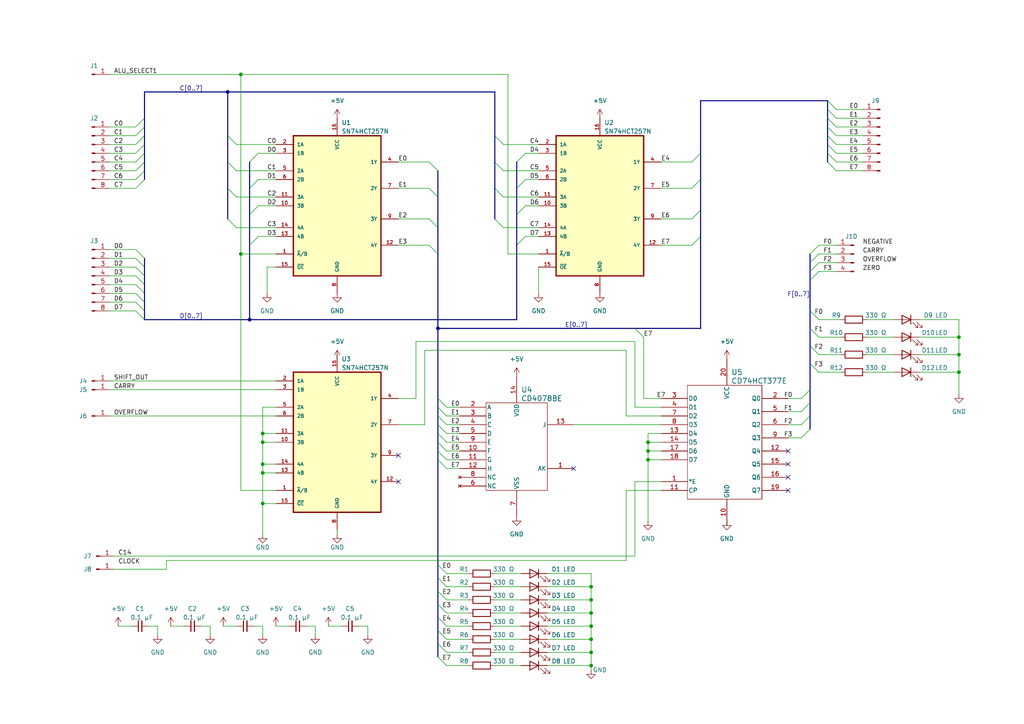
<source format=kicad_sch>
(kicad_sch (version 20211123) (generator eeschema)
  (paper "A4")
  (title_block (title "i281 Flag Registers and Output MUX") (date "2023-11-03") (rev "A") (company "sdmay24-14"))
  (lib_symbols
    (symbol "2023-11-03_22-46-21:CD4078BE" (pin_names (offset 0.254))
      (property "Reference" "U4" (at 18.5294 11.43 0))
      (property "Value" "CD4078BE" (at 18.5294 7.62 0))
      (symbol "CD4078BE_0_1"
        (polyline (pts (xy 7.62 5.08) (xy 7.62 -20.32)) (stroke (width 0.127)))
        (polyline (pts (xy 7.62 -20.32) (xy 25.4 -20.32) (xy 25.4 5.08) (xy 7.62 5.08)))
        (pin output line (at 33.02 -13.97 180) (length 7.62) (name "AK") (number "1"))
        (pin input line (at 0 -8.89 0) (length 7.62) (name "F") (number "10"))
        (pin input line (at 0 -11.43 0) (length 7.62) (name "G") (number "11"))
        (pin input line (at 0 -13.97 0) (length 7.62) (name "H") (number "12"))
        (pin output line (at 33.02 -1.27 180) (length 7.62) (name "J") (number "13"))
        (pin power_in line (at 16.51 12.7 270) (length 7.62) (name "VDD") (number "14"))
        (pin input line (at 0 3.81 0) (length 7.62) (name "A") (number "2"))
        (pin input line (at 0 1.27 0) (length 7.62) (name "B") (number "3"))
        (pin input line (at 0 -1.27 0) (length 7.62) (name "C") (number "4"))
        (pin input line (at 0 -3.81 0) (length 7.62) (name "D") (number "5"))
        (pin no_connect line (at 0 -19.05 0) (length 7.62) (name "NC") (number "6"))
        (pin power_in line (at 16.51 -27.94 90) (length 7.62) (name "VSS") (number "7"))
        (pin no_connect line (at 0 -16.51 0) (length 7.62) (name "NC") (number "8"))
        (pin input line (at 0 -6.35 0) (length 7.62) (name "E") (number "9"))
      )
    )
    (symbol "2023-11-03_22-55-59:CD74HCT377E" (pin_names (offset 0.254))
      (property "Reference" "U?" (at 21.59 10.16 0))
      (property "Value" "CD74HCT377E" (at 27.94 7.62 0))
      (symbol "CD74HCT377E_0_1"
        (polyline (pts (xy 7.62 5.08) (xy 7.62 -27.94)) (stroke (width 0.127)))
        (polyline (pts (xy 29.21 -27.94) (xy 29.21 5.08)) (stroke (width 0.127)))
        (polyline (pts (xy 7.62 5.08) (xy 29.21 5.08) (xy 29.21 -27.94) (xy 7.62 -27.94)))
        (pin input line (at 0 -22.86 0) (length 7.62) (name "*E") (number "1"))
        (pin power_in line (at 19.05 -35.56 90) (length 7.62) (name "GND") (number "10"))
        (pin input line (at 0 -25.4 0) (length 7.62) (name "CP") (number "11"))
        (pin output line (at 36.83 -13.97 180) (length 7.62) (name "Q4") (number "12"))
        (pin input line (at 0 -8.89 0) (length 7.62) (name "D4") (number "13"))
        (pin input line (at 0 -11.43 0) (length 7.62) (name "D5") (number "14"))
        (pin output line (at 36.83 -17.78 180) (length 7.62) (name "Q5") (number "15"))
        (pin output line (at 36.83 -21.59 180) (length 7.62) (name "Q6") (number "16"))
        (pin input line (at 0 -13.97 0) (length 7.62) (name "D6") (number "17"))
        (pin input line (at 0 -16.51 0) (length 7.62) (name "D7") (number "18"))
        (pin output line (at 36.83 -25.4 180) (length 7.62) (name "Q7") (number "19"))
        (pin output line (at 36.83 1.27 180) (length 7.62) (name "Q0") (number "2"))
        (pin power_in line (at 19.05 12.7 270) (length 7.62) (name "VCC") (number "20"))
        (pin input line (at 0 1.27 0) (length 7.62) (name "D0") (number "3"))
        (pin input line (at 0 -1.27 0) (length 7.62) (name "D1") (number "4"))
        (pin output line (at 36.83 -2.54 180) (length 7.62) (name "Q1") (number "5"))
        (pin output line (at 36.83 -6.35 180) (length 7.62) (name "Q2") (number "6"))
        (pin input line (at 0 -3.81 0) (length 7.62) (name "D2") (number "7"))
        (pin input line (at 0 -6.35 0) (length 7.62) (name "D3") (number "8"))
        (pin output line (at 36.83 -10.16 180) (length 7.62) (name "Q3") (number "9"))
      )
    )
    (symbol "Connector:Conn_01x01_Male" (pin_names (offset 1.016) hide)
      (property "Reference" "J" (at 0 2.54 0))
      (property "Value" "Conn_01x01_Male" (at 0 -2.54 0))
      (symbol "Conn_01x01_Male_1_1"
        (polyline (pts (xy 1.27 0) (xy 0.8636 0)) (stroke (width 0.1524)))
        (rectangle (start 0.8636 0.127) (end 0 -0.127) (stroke (width 0.1524)) (fill (type outline)))
        (pin passive line (at 5.08 0 180) (length 3.81) (name "Pin_1") (number "1"))
      )
    )
    (symbol "Connector:Conn_01x04_Male" (pin_names (offset 1.016) hide)
      (property "Reference" "J" (at 0 5.08 0))
      (property "Value" "Conn_01x04_Male" (at 0 -7.62 0))
      (symbol "Conn_01x04_Male_1_1"
        (polyline (pts (xy 1.27 -5.08) (xy 0.8636 -5.08)) (stroke (width 0.1524)))
        (polyline (pts (xy 1.27 -2.54) (xy 0.8636 -2.54)) (stroke (width 0.1524)))
        (polyline (pts (xy 1.27 0) (xy 0.8636 0)) (stroke (width 0.1524)))
        (polyline (pts (xy 1.27 2.54) (xy 0.8636 2.54)) (stroke (width 0.1524)))
        (rectangle (start 0.8636 -4.953) (end 0 -5.207) (stroke (width 0.1524)) (fill (type outline)))
        (rectangle (start 0.8636 -2.413) (end 0 -2.667) (stroke (width 0.1524)) (fill (type outline)))
        (rectangle (start 0.8636 0.127) (end 0 -0.127) (stroke (width 0.1524)) (fill (type outline)))
        (rectangle (start 0.8636 2.667) (end 0 2.413) (stroke (width 0.1524)) (fill (type outline)))
        (pin passive line (at 5.08 2.54 180) (length 3.81) (name "Pin_1") (number "1"))
        (pin passive line (at 5.08 0 180) (length 3.81) (name "Pin_2") (number "2"))
        (pin passive line (at 5.08 -2.54 180) (length 3.81) (name "Pin_3") (number "3"))
        (pin passive line (at 5.08 -5.08 180) (length 3.81) (name "Pin_4") (number "4"))
      )
    )
    (symbol "Connector:Conn_01x08_Male" (pin_names (offset 1.016) hide)
      (property "Reference" "J" (at 0 10.16 0))
      (property "Value" "Conn_01x08_Male" (at 0 -12.7 0))
      (symbol "Conn_01x08_Male_1_1"
        (polyline (pts (xy 1.27 -10.16) (xy 0.8636 -10.16)) (stroke (width 0.1524)))
        (polyline (pts (xy 1.27 -7.62) (xy 0.8636 -7.62)) (stroke (width 0.1524)))
        (polyline (pts (xy 1.27 -5.08) (xy 0.8636 -5.08)) (stroke (width 0.1524)))
        (polyline (pts (xy 1.27 -2.54) (xy 0.8636 -2.54)) (stroke (width 0.1524)))
        (polyline (pts (xy 1.27 0) (xy 0.8636 0)) (stroke (width 0.1524)))
        (polyline (pts (xy 1.27 2.54) (xy 0.8636 2.54)) (stroke (width 0.1524)))
        (polyline (pts (xy 1.27 5.08) (xy 0.8636 5.08)) (stroke (width 0.1524)))
        (polyline (pts (xy 1.27 7.62) (xy 0.8636 7.62)) (stroke (width 0.1524)))
        (rectangle (start 0.8636 -10.033) (end 0 -10.287) (stroke (width 0.1524)) (fill (type outline)))
        (rectangle (start 0.8636 -7.493) (end 0 -7.747) (stroke (width 0.1524)) (fill (type outline)))
        (rectangle (start 0.8636 -4.953) (end 0 -5.207) (stroke (width 0.1524)) (fill (type outline)))
        (rectangle (start 0.8636 -2.413) (end 0 -2.667) (stroke (width 0.1524)) (fill (type outline)))
        (rectangle (start 0.8636 0.127) (end 0 -0.127) (stroke (width 0.1524)) (fill (type outline)))
        (rectangle (start 0.8636 2.667) (end 0 2.413) (stroke (width 0.1524)) (fill (type outline)))
        (rectangle (start 0.8636 5.207) (end 0 4.953) (stroke (width 0.1524)) (fill (type outline)))
        (rectangle (start 0.8636 7.747) (end 0 7.493) (stroke (width 0.1524)) (fill (type outline)))
        (pin passive line (at 5.08 7.62 180) (length 3.81) (name "Pin_1") (number "1"))
        (pin passive line (at 5.08 5.08 180) (length 3.81) (name "Pin_2") (number "2"))
        (pin passive line (at 5.08 2.54 180) (length 3.81) (name "Pin_3") (number "3"))
        (pin passive line (at 5.08 0 180) (length 3.81) (name "Pin_4") (number "4"))
        (pin passive line (at 5.08 -2.54 180) (length 3.81) (name "Pin_5") (number "5"))
        (pin passive line (at 5.08 -5.08 180) (length 3.81) (name "Pin_6") (number "6"))
        (pin passive line (at 5.08 -7.62 180) (length 3.81) (name "Pin_7") (number "7"))
        (pin passive line (at 5.08 -10.16 180) (length 3.81) (name "Pin_8") (number "8"))
      )
    )
    (symbol "Device:C_Small" (pin_numbers hide) (pin_names (offset 0.254) hide)
      (property "Reference" "C" (at 0.254 1.778 0))
      (property "Value" "C_Small" (at 0.254 -2.032 0))
      (symbol "C_Small_0_1"
        (polyline (pts (xy -1.524 -0.508) (xy 1.524 -0.508)) (stroke (width 0.3302)))
        (polyline (pts (xy -1.524 0.508) (xy 1.524 0.508)) (stroke (width 0.3048)))
      )
      (symbol "C_Small_1_1"
        (pin passive line (at 0 2.54 270) (length 2.032) (name "~") (number "1"))
        (pin passive line (at 0 -2.54 90) (length 2.032) (name "~") (number "2"))
      )
    )
    (symbol "Device:LED" (pin_numbers hide) (pin_names (offset 1.016) hide)
      (property "Reference" "D" (at 0 2.54 0))
      (property "Value" "LED" (at 0 -2.54 0))
      (symbol "LED_0_1"
        (polyline (pts (xy -1.27 -1.27) (xy -1.27 1.27)) (stroke (width 0.254)))
        (polyline (pts (xy -1.27 0) (xy 1.27 0)))
        (polyline (pts (xy 1.27 -1.27) (xy 1.27 1.27) (xy -1.27 0) (xy 1.27 -1.27)) (stroke (width 0.254)))
        (polyline (pts (xy -3.048 -0.762) (xy -4.572 -2.286) (xy -3.81 -2.286) (xy -4.572 -2.286) (xy -4.572 -1.524)))
        (polyline (pts (xy -1.778 -0.762) (xy -3.302 -2.286) (xy -2.54 -2.286) (xy -3.302 -2.286) (xy -3.302 -1.524)))
      )
      (symbol "LED_1_1"
        (pin passive line (at -3.81 0 0) (length 2.54) (name "K") (number "1"))
        (pin passive line (at 3.81 0 180) (length 2.54) (name "A") (number "2"))
      )
    )
    (symbol "Device:R" (pin_numbers hide) (pin_names (offset 0))
      (property "Reference" "R" (at 2.032 0 90))
      (property "Value" "R" (at 0 0 90))
      (symbol "R_0_1"
        (rectangle (start -1.016 -2.54) (end 1.016 2.54) (stroke (width 0.254)))
      )
      (symbol "R_1_1"
        (pin passive line (at 0 3.81 270) (length 1.27) (name "~") (number "1"))
        (pin passive line (at 0 -3.81 90) (length 1.27) (name "~") (number "2"))
      )
    )
    (symbol "SN74HCT257N:SN74HCT257N" (pin_names (offset 1.016))
      (property "Reference" "U?" (at 3.81 24.13 0))
      (property "Value" "SN74HCT257N" (at 7.62 21.59 0))
      (symbol "SN74HCT257N_0_0"
        (rectangle (start -12.7 -20.32) (end 12.7 20.32) (stroke (width 0.41)) (fill (type background)))
        (pin input line (at -17.78 -13.97 0) (length 5.08) (name "~{A}/B") (number "1"))
        (pin input line (at -17.78 0 0) (length 5.08) (name "3B") (number "10"))
        (pin input line (at -17.78 2.54 0) (length 5.08) (name "3A") (number "11"))
        (pin output line (at 17.78 -11.43 180) (length 5.08) (name "4Y") (number "12"))
        (pin input line (at -17.78 -8.89 0) (length 5.08) (name "4B") (number "13"))
        (pin input line (at -17.78 -6.35 0) (length 5.08) (name "4A") (number "14"))
        (pin input line (at -17.78 -17.78 0) (length 5.08) (name "~{OE}") (number "15"))
        (pin power_in line (at 0 25.4 270) (length 5.08) (name "VCC") (number "16"))
        (pin input line (at -17.78 17.78 0) (length 5.08) (name "1A") (number "2"))
        (pin input line (at -17.78 15.24 0) (length 5.08) (name "1B") (number "3"))
        (pin output line (at 17.78 12.7 180) (length 5.08) (name "1Y") (number "4"))
        (pin input line (at -17.78 10.16 0) (length 5.08) (name "2A") (number "5"))
        (pin input line (at -17.78 7.62 0) (length 5.08) (name "2B") (number "6"))
        (pin output line (at 17.78 5.08 180) (length 5.08) (name "2Y") (number "7"))
        (pin power_in line (at 0 -25.4 90) (length 5.08) (name "GND") (number "8"))
        (pin output line (at 17.78 -3.81 180) (length 5.08) (name "3Y") (number "9"))
      )
    )
    (symbol "power:+5V" (power) (pin_names (offset 0))
      (property "Value" "+5V" (at 0 3.556 0))
      (symbol "+5V_0_1"
        (polyline (pts (xy -0.762 1.27) (xy 0 2.54)))
        (polyline (pts (xy 0 0) (xy 0 2.54)))
        (polyline (pts (xy 0 2.54) (xy 0.762 1.27)))
      )
      (symbol "+5V_1_1"
        (pin power_in line (at 0 0 90) (length 0) hide (name "+5V") (number "1"))
      )
    )
    (symbol "power:GND" (power) (pin_names (offset 0))
      (property "Value" "GND" (at 0 -3.81 0))
      (symbol "GND_0_1"
        (polyline (pts (xy 0 0) (xy 0 -1.27) (xy 1.27 -1.27) (xy 0 -2.54) (xy -1.27 -1.27) (xy 0 -1.27)))
      )
      (symbol "GND_1_1"
        (pin power_in line (at 0 0 270) (length 0) hide (name "GND") (number "1"))
      )
    )
  )
  (junction (at 187.96 130.81))
  (junction (at 278.13 107.95))
  (junction (at 76.2 125.73))
  (junction (at 171.45 173.99))
  (junction (at 66.04 26.67))
  (junction (at 187.96 133.35))
  (junction (at 76.2 146.05))
  (junction (at 69.85 73.66))
  (junction (at 278.13 97.79))
  (junction (at 171.45 193.04))
  (junction (at 127 95.25))
  (junction (at 171.45 185.42))
  (junction (at 278.13 102.87))
  (junction (at 76.2 134.62))
  (junction (at 171.45 189.23))
  (junction (at 187.96 128.27))
  (junction (at 171.45 181.61))
  (junction (at 171.45 177.8))
  (junction (at 72.39 92.71))
  (junction (at 76.2 128.27))
  (junction (at 171.45 170.18))
  (junction (at 69.85 21.59))
  (junction (at 76.2 137.16))
  (no_connect (at 166.37 135.89))
  (no_connect (at 115.57 132.08))
  (no_connect (at 228.6 134.62))
  (no_connect (at 228.6 138.43))
  (no_connect (at 228.6 130.81))
  (no_connect (at 228.6 142.24))
  (no_connect (at 115.57 139.7))
  (bus_entry (at 39.37 80.01) (size 2.54 2.54))
  (bus_entry (at 234.95 120.65) (size -2.54 2.54))
  (bus_entry (at 234.95 116.84) (size -2.54 2.54))
  (bus_entry (at 41.91 36.83) (size -2.54 2.54))
  (bus_entry (at 74.93 52.07) (size -2.54 2.54))
  (bus_entry (at 234.95 113.03) (size -2.54 2.54))
  (bus_entry (at 41.91 39.37) (size -2.54 2.54))
  (bus_entry (at 127 179.07) (size 2.54 2.54))
  (bus_entry (at 152.4 44.45) (size -2.54 2.54))
  (bus_entry (at 237.49 73.66) (size -2.54 2.54))
  (bus_entry (at 152.4 52.07) (size -2.54 2.54))
  (bus_entry (at 240.03 36.83) (size 2.54 2.54))
  (bus_entry (at 74.93 68.58) (size -2.54 2.54))
  (bus_entry (at 152.4 68.58) (size -2.54 2.54))
  (bus_entry (at 127 182.88) (size 2.54 2.54))
  (bus_entry (at 39.37 90.17) (size 2.54 2.54))
  (bus_entry (at 127 190.5) (size 2.54 2.54))
  (bus_entry (at 127 175.26) (size 2.54 2.54))
  (bus_entry (at 124.46 46.99) (size 2.54 2.54))
  (bus_entry (at 124.46 71.12) (size 2.54 2.54))
  (bus_entry (at 39.37 87.63) (size 2.54 2.54))
  (bus_entry (at 240.03 44.45) (size 2.54 2.54))
  (bus_entry (at 234.95 124.46) (size -2.54 2.54))
  (bus_entry (at 143.51 63.5) (size 2.54 2.54))
  (bus_entry (at 127 186.69) (size 2.54 2.54))
  (bus_entry (at 127 125.73) (size 2.54 2.54))
  (bus_entry (at 127 167.64) (size 2.54 2.54))
  (bus_entry (at 39.37 74.93) (size 2.54 2.54))
  (bus_entry (at 41.91 49.53) (size -2.54 2.54))
  (bus_entry (at 41.91 41.91) (size -2.54 2.54))
  (bus_entry (at 237.49 78.74) (size -2.54 2.54))
  (bus_entry (at 127 128.27) (size 2.54 2.54))
  (bus_entry (at 234.95 105.41) (size 2.54 2.54))
  (bus_entry (at 127 171.45) (size 2.54 2.54))
  (bus_entry (at 39.37 82.55) (size 2.54 2.54))
  (bus_entry (at 184.15 95.25) (size 2.54 2.54))
  (bus_entry (at 143.51 54.61) (size 2.54 2.54))
  (bus_entry (at 66.04 39.37) (size 2.54 2.54))
  (bus_entry (at 124.46 63.5) (size 2.54 2.54))
  (bus_entry (at 203.2 68.58) (size -2.54 2.54))
  (bus_entry (at 234.95 100.33) (size 2.54 2.54))
  (bus_entry (at 240.03 41.91) (size 2.54 2.54))
  (bus_entry (at 127 120.65) (size 2.54 2.54))
  (bus_entry (at 74.93 59.69) (size -2.54 2.54))
  (bus_entry (at 41.91 34.29) (size -2.54 2.54))
  (bus_entry (at 240.03 29.21) (size 2.54 2.54))
  (bus_entry (at 66.04 46.99) (size 2.54 2.54))
  (bus_entry (at 127 115.57) (size 2.54 2.54))
  (bus_entry (at 124.46 54.61) (size 2.54 2.54))
  (bus_entry (at 127 130.81) (size 2.54 2.54))
  (bus_entry (at 39.37 77.47) (size 2.54 2.54))
  (bus_entry (at 143.51 39.37) (size 2.54 2.54))
  (bus_entry (at 203.2 44.45) (size -2.54 2.54))
  (bus_entry (at 237.49 76.2) (size -2.54 2.54))
  (bus_entry (at 203.2 52.07) (size -2.54 2.54))
  (bus_entry (at 66.04 54.61) (size 2.54 2.54))
  (bus_entry (at 234.95 95.25) (size 2.54 2.54))
  (bus_entry (at 39.37 85.09) (size 2.54 2.54))
  (bus_entry (at 127 133.35) (size 2.54 2.54))
  (bus_entry (at 74.93 44.45) (size -2.54 2.54))
  (bus_entry (at 143.51 46.99) (size 2.54 2.54))
  (bus_entry (at 41.91 52.07) (size -2.54 2.54))
  (bus_entry (at 127 123.19) (size 2.54 2.54))
  (bus_entry (at 41.91 46.99) (size -2.54 2.54))
  (bus_entry (at 240.03 31.75) (size 2.54 2.54))
  (bus_entry (at 152.4 59.69) (size -2.54 2.54))
  (bus_entry (at 127 163.83) (size 2.54 2.54))
  (bus_entry (at 39.37 72.39) (size 2.54 2.54))
  (bus_entry (at 127 118.11) (size 2.54 2.54))
  (bus_entry (at 240.03 39.37) (size 2.54 2.54))
  (bus_entry (at 203.2 60.96) (size -2.54 2.54))
  (bus_entry (at 240.03 34.29) (size 2.54 2.54))
  (bus_entry (at 66.04 63.5) (size 2.54 2.54))
  (bus_entry (at 41.91 44.45) (size -2.54 2.54))
  (bus_entry (at 240.03 46.99) (size 2.54 2.54))
  (bus_entry (at 237.49 71.12) (size -2.54 2.54))
  (bus_entry (at 234.95 90.17) (size 2.54 2.54))
  (wire (pts (xy 31.75 120.65) (xy 80.01 120.65)))
  (wire (pts (xy 187.96 128.27) (xy 191.77 128.27)))
  (bus (pts (xy 66.04 46.99) (xy 66.04 54.61)))
  (wire (pts (xy 76.2 181.61) (xy 76.2 184.15)))
  (bus (pts (xy 234.95 81.28) (xy 234.95 90.17)))
  (bus (pts (xy 127 118.11) (xy 127 120.65)))
  (bus (pts (xy 203.2 52.07) (xy 203.2 60.96)))
  (wire (pts (xy 184.15 139.7) (xy 191.77 139.7)))
  (wire (pts (xy 186.69 115.57) (xy 186.69 97.79)))
  (bus (pts (xy 41.91 49.53) (xy 41.91 52.07)))
  (bus (pts (xy 127 171.45) (xy 127 175.26)))
  (wire (pts (xy 191.77 63.5) (xy 200.66 63.5)))
  (wire (pts (xy 250.19 41.91) (xy 242.57 41.91)))
  (bus (pts (xy 127 120.65) (xy 127 123.19)))
  (wire (pts (xy 191.77 142.24) (xy 181.61 142.24)))
  (wire (pts (xy 129.54 118.11) (xy 133.35 118.11)))
  (bus (pts (xy 41.91 85.09) (xy 41.91 87.63)))
  (wire (pts (xy 31.75 72.39) (xy 39.37 72.39)))
  (wire (pts (xy 251.46 97.79) (xy 259.08 97.79)))
  (bus (pts (xy 127 133.35) (xy 127 163.83)))
  (wire (pts (xy 250.19 34.29) (xy 242.57 34.29)))
  (wire (pts (xy 171.45 173.99) (xy 171.45 177.8)))
  (bus (pts (xy 234.95 73.66) (xy 234.95 76.2)))
  (wire (pts (xy 31.75 110.49) (xy 80.01 110.49)))
  (wire (pts (xy 143.51 177.8) (xy 151.13 177.8)))
  (wire (pts (xy 278.13 97.79) (xy 278.13 102.87)))
  (wire (pts (xy 237.49 71.12) (xy 242.57 71.12)))
  (wire (pts (xy 158.75 189.23) (xy 171.45 189.23)))
  (bus (pts (xy 240.03 36.83) (xy 240.03 39.37)))
  (wire (pts (xy 251.46 92.71) (xy 259.08 92.71)))
  (wire (pts (xy 77.47 77.47) (xy 77.47 85.09)))
  (wire (pts (xy 171.45 177.8) (xy 171.45 181.61)))
  (wire (pts (xy 95.25 181.61) (xy 99.06 181.61)))
  (bus (pts (xy 203.2 68.58) (xy 203.2 95.25)))
  (wire (pts (xy 266.7 97.79) (xy 278.13 97.79)))
  (wire (pts (xy 64.77 181.61) (xy 68.58 181.61)))
  (wire (pts (xy 129.54 135.89) (xy 133.35 135.89)))
  (bus (pts (xy 41.91 26.67) (xy 66.04 26.67)))
  (bus (pts (xy 127 95.25) (xy 184.15 95.25)))
  (bus (pts (xy 127 49.53) (xy 127 57.15)))
  (bus (pts (xy 41.91 36.83) (xy 41.91 39.37)))
  (wire (pts (xy 68.58 57.15) (xy 80.01 57.15)))
  (wire (pts (xy 115.57 63.5) (xy 124.46 63.5)))
  (wire (pts (xy 123.19 101.6) (xy 181.61 101.6)))
  (wire (pts (xy 152.4 68.58) (xy 156.21 68.58)))
  (wire (pts (xy 143.51 185.42) (xy 151.13 185.42)))
  (wire (pts (xy 158.75 170.18) (xy 171.45 170.18)))
  (wire (pts (xy 76.2 146.05) (xy 76.2 154.94)))
  (bus (pts (xy 72.39 62.23) (xy 72.39 71.12)))
  (wire (pts (xy 191.77 71.12) (xy 200.66 71.12)))
  (bus (pts (xy 127 66.04) (xy 127 73.66)))
  (wire (pts (xy 250.19 46.99) (xy 242.57 46.99)))
  (wire (pts (xy 31.75 36.83) (xy 39.37 36.83)))
  (wire (pts (xy 237.49 97.79) (xy 243.84 97.79)))
  (bus (pts (xy 234.95 105.41) (xy 234.95 113.03)))
  (wire (pts (xy 158.75 181.61) (xy 171.45 181.61)))
  (wire (pts (xy 146.05 57.15) (xy 156.21 57.15)))
  (bus (pts (xy 203.2 60.96) (xy 203.2 68.58)))
  (bus (pts (xy 41.91 39.37) (xy 41.91 41.91)))
  (wire (pts (xy 156.21 77.47) (xy 156.21 85.09)))
  (bus (pts (xy 127 115.57) (xy 127 118.11)))
  (bus (pts (xy 66.04 54.61) (xy 66.04 63.5)))
  (bus (pts (xy 72.39 92.71) (xy 149.86 92.71)))
  (wire (pts (xy 171.45 166.37) (xy 171.45 170.18)))
  (wire (pts (xy 31.75 49.53) (xy 39.37 49.53)))
  (wire (pts (xy 143.51 193.04) (xy 151.13 193.04)))
  (wire (pts (xy 158.75 193.04) (xy 171.45 193.04)))
  (wire (pts (xy 49.53 181.61) (xy 53.34 181.61)))
  (wire (pts (xy 250.19 49.53) (xy 242.57 49.53)))
  (wire (pts (xy 187.96 125.73) (xy 187.96 128.27)))
  (bus (pts (xy 234.95 78.74) (xy 234.95 81.28)))
  (wire (pts (xy 74.93 59.69) (xy 80.01 59.69)))
  (wire (pts (xy 158.75 173.99) (xy 171.45 173.99)))
  (bus (pts (xy 240.03 44.45) (xy 240.03 46.99)))
  (wire (pts (xy 76.2 125.73) (xy 80.01 125.73)))
  (wire (pts (xy 68.58 49.53) (xy 80.01 49.53)))
  (wire (pts (xy 187.96 130.81) (xy 191.77 130.81)))
  (wire (pts (xy 91.44 181.61) (xy 91.44 184.15)))
  (wire (pts (xy 115.57 71.12) (xy 124.46 71.12)))
  (wire (pts (xy 237.49 102.87) (xy 243.84 102.87)))
  (wire (pts (xy 278.13 107.95) (xy 278.13 114.3)))
  (wire (pts (xy 184.15 139.7) (xy 184.15 161.29)))
  (wire (pts (xy 129.54 166.37) (xy 135.89 166.37)))
  (bus (pts (xy 240.03 41.91) (xy 240.03 44.45)))
  (wire (pts (xy 250.19 39.37) (xy 242.57 39.37)))
  (bus (pts (xy 41.91 87.63) (xy 41.91 90.17)))
  (wire (pts (xy 146.05 49.53) (xy 156.21 49.53)))
  (bus (pts (xy 149.86 46.99) (xy 149.86 54.61)))
  (wire (pts (xy 187.96 130.81) (xy 187.96 133.35)))
  (bus (pts (xy 127 73.66) (xy 127 95.25)))
  (bus (pts (xy 127 57.15) (xy 127 66.04)))
  (wire (pts (xy 31.75 54.61) (xy 39.37 54.61)))
  (wire (pts (xy 74.93 44.45) (xy 80.01 44.45)))
  (bus (pts (xy 143.51 39.37) (xy 143.51 46.99)))
  (bus (pts (xy 66.04 39.37) (xy 66.04 46.99)))
  (bus (pts (xy 41.91 44.45) (xy 41.91 46.99)))
  (wire (pts (xy 181.61 142.24) (xy 181.61 162.56)))
  (wire (pts (xy 143.51 170.18) (xy 151.13 170.18)))
  (wire (pts (xy 58.42 181.61) (xy 60.96 181.61)))
  (wire (pts (xy 76.2 134.62) (xy 80.01 134.62)))
  (wire (pts (xy 69.85 21.59) (xy 69.85 73.66)))
  (wire (pts (xy 69.85 73.66) (xy 80.01 73.66)))
  (wire (pts (xy 129.54 193.04) (xy 135.89 193.04)))
  (bus (pts (xy 41.91 46.99) (xy 41.91 49.53)))
  (wire (pts (xy 158.75 166.37) (xy 171.45 166.37)))
  (bus (pts (xy 127 125.73) (xy 127 128.27)))
  (wire (pts (xy 60.96 181.61) (xy 60.96 184.15)))
  (wire (pts (xy 31.75 82.55) (xy 39.37 82.55)))
  (wire (pts (xy 123.19 101.6) (xy 123.19 123.19)))
  (wire (pts (xy 76.2 118.11) (xy 76.2 125.73)))
  (bus (pts (xy 203.2 29.21) (xy 240.03 29.21)))
  (wire (pts (xy 31.75 85.09) (xy 39.37 85.09)))
  (wire (pts (xy 76.2 128.27) (xy 76.2 134.62)))
  (bus (pts (xy 41.91 41.91) (xy 41.91 44.45)))
  (wire (pts (xy 250.19 36.83) (xy 242.57 36.83)))
  (wire (pts (xy 43.18 181.61) (xy 45.72 181.61)))
  (wire (pts (xy 80.01 77.47) (xy 77.47 77.47)))
  (wire (pts (xy 210.82 151.13) (xy 210.82 152.4)))
  (wire (pts (xy 184.15 99.06) (xy 184.15 118.11)))
  (wire (pts (xy 187.96 133.35) (xy 191.77 133.35)))
  (wire (pts (xy 34.29 181.61) (xy 38.1 181.61)))
  (wire (pts (xy 31.75 52.07) (xy 39.37 52.07)))
  (bus (pts (xy 41.91 82.55) (xy 41.91 85.09)))
  (wire (pts (xy 147.32 73.66) (xy 156.21 73.66)))
  (bus (pts (xy 234.95 90.17) (xy 234.95 95.25)))
  (bus (pts (xy 127 179.07) (xy 127 182.88)))
  (wire (pts (xy 187.96 128.27) (xy 187.96 130.81)))
  (bus (pts (xy 41.91 34.29) (xy 41.91 26.67)))
  (wire (pts (xy 73.66 181.61) (xy 76.2 181.61)))
  (bus (pts (xy 41.91 80.01) (xy 41.91 82.55)))
  (bus (pts (xy 72.39 54.61) (xy 72.39 62.23)))
  (wire (pts (xy 237.49 73.66) (xy 242.57 73.66)))
  (wire (pts (xy 69.85 21.59) (xy 147.32 21.59)))
  (wire (pts (xy 237.49 92.71) (xy 243.84 92.71)))
  (wire (pts (xy 88.9 181.61) (xy 91.44 181.61)))
  (wire (pts (xy 228.6 119.38) (xy 232.41 119.38)))
  (bus (pts (xy 41.91 90.17) (xy 41.91 92.71)))
  (bus (pts (xy 240.03 39.37) (xy 240.03 41.91)))
  (wire (pts (xy 129.54 189.23) (xy 135.89 189.23)))
  (bus (pts (xy 41.91 92.71) (xy 72.39 92.71)))
  (bus (pts (xy 127 95.25) (xy 127 115.57)))
  (wire (pts (xy 48.26 162.56) (xy 48.26 165.1)))
  (bus (pts (xy 127 123.19) (xy 127 125.73)))
  (wire (pts (xy 191.77 46.99) (xy 200.66 46.99)))
  (wire (pts (xy 266.7 102.87) (xy 278.13 102.87)))
  (wire (pts (xy 146.05 41.91) (xy 156.21 41.91)))
  (bus (pts (xy 66.04 26.67) (xy 66.04 39.37)))
  (wire (pts (xy 129.54 120.65) (xy 133.35 120.65)))
  (bus (pts (xy 149.86 54.61) (xy 149.86 62.23)))
  (wire (pts (xy 251.46 102.87) (xy 259.08 102.87)))
  (wire (pts (xy 129.54 173.99) (xy 135.89 173.99)))
  (wire (pts (xy 228.6 123.19) (xy 232.41 123.19)))
  (wire (pts (xy 184.15 118.11) (xy 191.77 118.11)))
  (bus (pts (xy 127 182.88) (xy 127 186.69)))
  (wire (pts (xy 74.93 68.58) (xy 80.01 68.58)))
  (wire (pts (xy 76.2 128.27) (xy 80.01 128.27)))
  (wire (pts (xy 31.75 77.47) (xy 39.37 77.47)))
  (wire (pts (xy 278.13 102.87) (xy 278.13 107.95)))
  (wire (pts (xy 120.65 99.06) (xy 184.15 99.06)))
  (wire (pts (xy 266.7 107.95) (xy 278.13 107.95)))
  (wire (pts (xy 143.51 181.61) (xy 151.13 181.61)))
  (wire (pts (xy 143.51 173.99) (xy 151.13 173.99)))
  (bus (pts (xy 234.95 95.25) (xy 234.95 100.33)))
  (wire (pts (xy 278.13 92.71) (xy 278.13 97.79)))
  (bus (pts (xy 143.51 46.99) (xy 143.51 54.61)))
  (bus (pts (xy 72.39 46.99) (xy 72.39 54.61)))
  (wire (pts (xy 266.7 92.71) (xy 278.13 92.71)))
  (wire (pts (xy 31.75 80.01) (xy 39.37 80.01)))
  (wire (pts (xy 129.54 177.8) (xy 135.89 177.8)))
  (wire (pts (xy 76.2 125.73) (xy 76.2 128.27)))
  (wire (pts (xy 31.75 21.59) (xy 69.85 21.59)))
  (wire (pts (xy 250.19 31.75) (xy 242.57 31.75)))
  (wire (pts (xy 106.68 181.61) (xy 106.68 184.15)))
  (bus (pts (xy 127 130.81) (xy 127 133.35)))
  (wire (pts (xy 143.51 189.23) (xy 151.13 189.23)))
  (wire (pts (xy 129.54 125.73) (xy 133.35 125.73)))
  (bus (pts (xy 127 186.69) (xy 127 190.5)))
  (wire (pts (xy 171.45 170.18) (xy 171.45 173.99)))
  (bus (pts (xy 127 128.27) (xy 127 130.81)))
  (wire (pts (xy 31.75 113.03) (xy 80.01 113.03)))
  (wire (pts (xy 120.65 115.57) (xy 115.57 115.57)))
  (wire (pts (xy 181.61 120.65) (xy 191.77 120.65)))
  (wire (pts (xy 191.77 54.61) (xy 200.66 54.61)))
  (bus (pts (xy 143.51 54.61) (xy 143.51 63.5)))
  (wire (pts (xy 129.54 123.19) (xy 133.35 123.19)))
  (wire (pts (xy 31.75 44.45) (xy 39.37 44.45)))
  (wire (pts (xy 97.79 102.87) (xy 97.79 104.14)))
  (wire (pts (xy 251.46 107.95) (xy 259.08 107.95)))
  (wire (pts (xy 250.19 44.45) (xy 242.57 44.45)))
  (wire (pts (xy 158.75 185.42) (xy 171.45 185.42)))
  (wire (pts (xy 68.58 66.04) (xy 80.01 66.04)))
  (bus (pts (xy 203.2 44.45) (xy 203.2 52.07)))
  (wire (pts (xy 104.14 181.61) (xy 106.68 181.61)))
  (wire (pts (xy 76.2 137.16) (xy 76.2 146.05)))
  (wire (pts (xy 152.4 44.45) (xy 156.21 44.45)))
  (wire (pts (xy 74.93 52.07) (xy 80.01 52.07)))
  (bus (pts (xy 143.51 26.67) (xy 143.51 39.37)))
  (wire (pts (xy 33.02 161.29) (xy 184.15 161.29)))
  (bus (pts (xy 240.03 34.29) (xy 240.03 36.83)))
  (wire (pts (xy 237.49 107.95) (xy 243.84 107.95)))
  (bus (pts (xy 66.04 26.67) (xy 143.51 26.67)))
  (wire (pts (xy 129.54 185.42) (xy 135.89 185.42)))
  (bus (pts (xy 240.03 31.75) (xy 240.03 34.29)))
  (bus (pts (xy 149.86 71.12) (xy 149.86 92.71)))
  (bus (pts (xy 127 167.64) (xy 127 171.45)))
  (wire (pts (xy 120.65 99.06) (xy 120.65 115.57)))
  (wire (pts (xy 68.58 41.91) (xy 80.01 41.91)))
  (wire (pts (xy 186.69 115.57) (xy 191.77 115.57)))
  (bus (pts (xy 149.86 62.23) (xy 149.86 71.12)))
  (wire (pts (xy 171.45 181.61) (xy 171.45 185.42)))
  (wire (pts (xy 97.79 153.67) (xy 97.79 154.94)))
  (wire (pts (xy 147.32 21.59) (xy 147.32 73.66)))
  (bus (pts (xy 184.15 95.25) (xy 203.2 95.25)))
  (wire (pts (xy 152.4 59.69) (xy 156.21 59.69)))
  (bus (pts (xy 234.95 100.33) (xy 234.95 105.41)))
  (wire (pts (xy 80.01 181.61) (xy 83.82 181.61)))
  (bus (pts (xy 240.03 29.21) (xy 240.03 31.75)))
  (wire (pts (xy 123.19 123.19) (xy 115.57 123.19)))
  (wire (pts (xy 45.72 181.61) (xy 45.72 184.15)))
  (bus (pts (xy 234.95 76.2) (xy 234.95 78.74)))
  (wire (pts (xy 166.37 123.19) (xy 191.77 123.19)))
  (wire (pts (xy 31.75 90.17) (xy 39.37 90.17)))
  (wire (pts (xy 129.54 130.81) (xy 133.35 130.81)))
  (wire (pts (xy 76.2 134.62) (xy 76.2 137.16)))
  (wire (pts (xy 181.61 101.6) (xy 181.61 120.65)))
  (bus (pts (xy 41.91 74.93) (xy 41.91 77.47)))
  (wire (pts (xy 129.54 128.27) (xy 133.35 128.27)))
  (wire (pts (xy 80.01 118.11) (xy 76.2 118.11)))
  (bus (pts (xy 41.91 77.47) (xy 41.91 80.01)))
  (wire (pts (xy 146.05 66.04) (xy 156.21 66.04)))
  (bus (pts (xy 41.91 34.29) (xy 41.91 36.83)))
  (wire (pts (xy 228.6 115.57) (xy 232.41 115.57)))
  (wire (pts (xy 115.57 46.99) (xy 124.46 46.99)))
  (wire (pts (xy 228.6 127) (xy 232.41 127)))
  (wire (pts (xy 48.26 165.1) (xy 33.02 165.1)))
  (wire (pts (xy 69.85 73.66) (xy 69.85 142.24)))
  (wire (pts (xy 31.75 87.63) (xy 39.37 87.63)))
  (wire (pts (xy 187.96 133.35) (xy 187.96 151.13)))
  (wire (pts (xy 181.61 162.56) (xy 48.26 162.56)))
  (wire (pts (xy 31.75 46.99) (xy 39.37 46.99)))
  (bus (pts (xy 234.95 116.84) (xy 234.95 120.65)))
  (wire (pts (xy 69.85 142.24) (xy 80.01 142.24)))
  (wire (pts (xy 152.4 52.07) (xy 156.21 52.07)))
  (wire (pts (xy 171.45 193.04) (xy 171.45 194.31)))
  (bus (pts (xy 234.95 113.03) (xy 234.95 116.84)))
  (wire (pts (xy 115.57 54.61) (xy 124.46 54.61)))
  (wire (pts (xy 237.49 76.2) (xy 242.57 76.2)))
  (bus (pts (xy 203.2 29.21) (xy 203.2 44.45)))
  (bus (pts (xy 72.39 71.12) (xy 72.39 92.71)))
  (wire (pts (xy 171.45 185.42) (xy 171.45 189.23)))
  (wire (pts (xy 191.77 125.73) (xy 187.96 125.73)))
  (wire (pts (xy 129.54 133.35) (xy 133.35 133.35)))
  (wire (pts (xy 129.54 170.18) (xy 135.89 170.18)))
  (wire (pts (xy 76.2 137.16) (xy 80.01 137.16)))
  (wire (pts (xy 76.2 146.05) (xy 80.01 146.05)))
  (wire (pts (xy 158.75 177.8) (xy 171.45 177.8)))
  (wire (pts (xy 31.75 41.91) (xy 39.37 41.91)))
  (bus (pts (xy 127 175.26) (xy 127 179.07)))
  (wire (pts (xy 171.45 189.23) (xy 171.45 193.04)))
  (wire (pts (xy 31.75 39.37) (xy 39.37 39.37)))
  (wire (pts (xy 31.75 74.93) (xy 39.37 74.93)))
  (bus (pts (xy 234.95 120.65) (xy 234.95 124.46)))
  (bus (pts (xy 127 163.83) (xy 127 167.64)))
  (wire (pts (xy 237.49 78.74) (xy 242.57 78.74)))
  (wire (pts (xy 143.51 166.37) (xy 151.13 166.37)))
  (wire (pts (xy 129.54 181.61) (xy 135.89 181.61)))
  (label "E[0..7]" (at 163.83 95.25 0))
  (label "E1" (at 118.11 54.61 180))
  (label "E4" (at 128.27 180.34 0))
  (label "C7" (at 153.67 66.04 0))
  (label "NEGATIVE" (at 250.19 71.12 0))
  (label "C1" (at 77.47 49.53 0))
  (label "C5" (at 33.02 49.53 0))
  (label "F0" (at 236.22 91.44 0))
  (label "E3" (at 133.35 125.73 180))
  (label "C14" (at 34.29 161.29 0))
  (label "D4" (at 153.67 44.45 0))
  (label "E6" (at 133.35 133.35 180))
  (label "E4" (at 248.92 41.91 180))
  (label "E6" (at 248.92 46.99 180))
  (label "F2" (at 241.3 76.2 180))
  (label "D7" (at 153.67 68.58 0))
  (label "E5" (at 133.35 130.81 180))
  (label "OVERFLOW" (at 250.19 76.2 0))
  (label "E1" (at 133.35 120.65 180))
  (label "C1" (at 33.02 39.37 0))
  (label "ZERO" (at 250.19 78.74 0))
  (label "D4" (at 33.02 82.55 0))
  (label "C3" (at 77.47 66.04 0))
  (label "OVERFLOW" (at 33.02 120.65 0))
  (label "D3" (at 77.47 68.58 0))
  (label "E2" (at 128.27 172.72 0))
  (label "C4" (at 33.02 46.99 0))
  (label "D0" (at 33.02 72.39 0))
  (label "E6" (at 194.31 63.5 180))
  (label "C3" (at 33.02 44.45 0))
  (label "E2" (at 248.92 36.83 180))
  (label "C2" (at 33.02 41.91 0))
  (label "E7" (at 193.04 115.57 180))
  (label "D3" (at 33.02 80.01 0))
  (label "D[0..7]" (at 52.07 92.71 0))
  (label "SHIFT_OUT" (at 33.02 110.49 0))
  (label "E1" (at 128.27 168.91 0))
  (label "C4" (at 153.67 41.91 0))
  (label "F0" (at 241.3 71.12 180))
  (label "C7" (at 33.02 54.61 0))
  (label "F3" (at 236.22 106.68 0))
  (label "E2" (at 118.11 63.5 180))
  (label "E1" (at 248.92 34.29 180))
  (label "E0" (at 248.92 31.75 180))
  (label "E0" (at 133.35 118.11 180))
  (label "E0" (at 118.11 46.99 180))
  (label "E2" (at 133.35 123.19 180))
  (label "E4" (at 194.31 46.99 180))
  (label "E0" (at 128.27 165.1 0))
  (label "F1" (at 236.22 96.52 0))
  (label "C[0..7]" (at 52.07 26.67 0))
  (label "E7" (at 194.31 71.12 180))
  (label "CARRY" (at 250.19 73.66 0))
  (label "D5" (at 33.02 85.09 0))
  (label "D7" (at 33.02 90.17 0))
  (label "F[0..7]" (at 234.95 86.36 180))
  (label "C2" (at 77.47 57.15 0))
  (label "E6" (at 128.27 187.96 0))
  (label "E3" (at 118.11 71.12 180))
  (label "D5" (at 153.67 52.07 0))
  (label "D2" (at 77.47 59.69 0))
  (label "D1" (at 77.47 52.07 0))
  (label "F3" (at 229.87 127 180))
  (label "E4" (at 133.35 128.27 180))
  (label "D0" (at 77.47 44.45 0))
  (label "C0" (at 33.02 36.83 0))
  (label "E3" (at 248.92 39.37 180))
  (label "C0" (at 77.47 41.91 0))
  (label "D1" (at 33.02 74.93 0))
  (label "E3" (at 128.27 176.53 0))
  (label "ALU_SELECT1" (at 33.02 21.59 0))
  (label "F1" (at 241.3 73.66 180))
  (label "C6" (at 153.67 57.15 0))
  (label "CLOCK" (at 34.29 163.83 0))
  (label "F2" (at 229.87 123.19 180))
  (label "C5" (at 153.67 49.53 0))
  (label "E7" (at 248.92 49.53 180))
  (label "D6" (at 33.02 87.63 0))
  (label "E5" (at 248.92 44.45 180))
  (label "E7" (at 133.35 135.89 180))
  (label "F0" (at 229.87 115.57 180))
  (label "E7" (at 128.27 191.77 0))
  (label "E5" (at 194.31 54.61 180))
  (label "F1" (at 229.87 119.38 180))
  (label "E5" (at 128.27 184.15 0))
  (label "D2" (at 33.02 77.47 0))
  (label "C6" (at 33.02 52.07 0))
  (label "D6" (at 153.67 59.69 0))
  (label "F3" (at 241.3 78.74 180))
  (label "CARRY" (at 33.02 113.03 0))
  (label "F2" (at 236.22 101.6 0))
  (label "E7" (at 186.69 97.79 0))
  (symbol (lib_id "power:GND") (at 91.44 184.15 0) (unit 1)
    (property "Reference" "#PWR?" (effects hide))
    (property "Value" "GND" (at 91.44 189.23 0))
  )
  (symbol (lib_id "Device:C_Small") (at 101.6 181.61 90) (unit 1)
    (property "Reference" "C5" (at 102.87 176.53 90) (effects (justify left)))
    (property "Value" "0.1 µF" (at 105.41 179.07 90) (effects (justify left)))
  )
  (symbol (lib_id "power:GND") (at 149.86 149.86 0) (unit 1)
    (property "Reference" "#PWR?" (effects hide))
    (property "Value" "GND" (at 149.86 154.94 0))
  )
  (symbol (lib_id "Device:C_Small") (at 55.88 181.61 90) (unit 1)
    (property "Reference" "C2" (at 57.15 176.53 90) (effects (justify left)))
    (property "Value" "0.1 µF" (at 59.69 179.07 90) (effects (justify left)))
  )
  (symbol (lib_id "power:GND") (at 278.13 114.3 0) (unit 1)
    (property "Reference" "#PWR?" (effects hide))
    (property "Value" "GND" (at 278.13 119.38 0))
  )
  (symbol (lib_id "Connector:Conn_01x01_Male") (at 26.67 120.65 0) (unit 1)
    (property "Reference" "J6" (at 24.13 120.65 0))
    (property "Value" "Conn_01x01_Male" (effects hide))
  )
  (symbol (lib_id "Connector:Conn_01x01_Male") (at 26.67 113.03 0) (unit 1)
    (property "Reference" "J5" (at 24.13 113.03 0))
    (property "Value" "Conn_01x01_Male" (effects hide))
  )
  (symbol (lib_id "Device:R") (at 247.65 102.87 270) (unit 1)
    (property "Reference" "R11" (at 242.57 101.6 90))
    (property "Value" "330 Ω" (at 254 101.6 90))
  )
  (symbol (lib_id "power:+5V") (at 97.79 34.29 0) (unit 1)
    (property "Reference" "#PWR?" (effects hide))
    (property "Value" "+5V" (at 97.79 29.21 0))
  )
  (symbol (lib_id "Device:LED") (at 154.94 181.61 0) (mirror y) (unit 1)
    (property "Reference" "D5" (at 161.29 180.34 0))
    (property "Value" "LED" (at 165.1 180.34 0))
  )
  (symbol (lib_id "power:+5V") (at 149.86 109.22 0) (unit 1)
    (property "Reference" "#PWR?" (effects hide))
    (property "Value" "+5V" (at 149.86 104.14 0))
  )
  (symbol (lib_id "Connector:Conn_01x01_Male") (at 27.94 165.1 0) (unit 1)
    (property "Reference" "J8" (at 25.4 165.1 0))
    (property "Value" "Conn_01x01_Male" (effects hide))
  )
  (symbol (lib_id "power:+5V") (at 34.29 181.61 0) (unit 1)
    (property "Reference" "#PWR?" (effects hide))
    (property "Value" "+5V" (at 34.29 176.53 0))
  )
  (symbol (lib_id "Connector:Conn_01x08_Male") (at 26.67 80.01 0) (unit 1)
    (property "Reference" "J3" (at 27.305 69.85 0))
    (property "Value" "Conn_01x08_Male" (effects hide))
  )
  (symbol (lib_id "Device:LED") (at 262.89 92.71 0) (mirror y) (unit 1)
    (property "Reference" "D9" (at 269.24 91.44 0))
    (property "Value" "LED" (at 273.05 91.44 0))
  )
  (symbol (lib_id "power:GND") (at 171.45 194.31 0) (unit 1)
    (property "Reference" "#PWR?" (effects hide))
    (property "Value" "GND" (at 173.99 194.31 0))
  )
  (symbol (lib_id "Device:R") (at 139.7 185.42 270) (unit 1)
    (property "Reference" "R6" (at 134.62 184.15 90))
    (property "Value" "330 Ω" (at 146.05 184.15 90))
  )
  (symbol (lib_id "2023-11-03_22-46-21:CD4078BE") (at 133.35 121.92 0) (unit 1)
    (property "Reference" "U4" (at 151.13 113.03 0) (effects (font (size 1.524 1.524)) (justify left)))
    (property "Value" "CD4078BE" (at 151.13 115.57 0) (effects (font (size 1.524 1.524)) (justify left)))
    (property "Footprint" "N14" (effects hide))
    (property "Datasheet" "CD4078BE" (effects hide))
  )
  (symbol (lib_id "power:GND") (at 173.99 85.09 0) (unit 1)
    (property "Reference" "#PWR?" (effects hide))
    (property "Value" "GND" (at 173.99 90.17 0))
  )
  (symbol (lib_id "power:GND") (at 76.2 154.94 0) (unit 1)
    (property "Reference" "#PWR?" (effects hide))
    (property "Value" "GND" (at 76.2 158.75 0))
  )
  (symbol (lib_id "power:+5V") (at 49.53 181.61 0) (unit 1)
    (property "Reference" "#PWR?" (effects hide))
    (property "Value" "+5V" (at 49.53 176.53 0))
  )
  (symbol (lib_id "power:GND") (at 106.68 184.15 0) (unit 1)
    (property "Reference" "#PWR?" (effects hide))
    (property "Value" "GND" (at 106.68 189.23 0))
  )
  (symbol (lib_id "power:GND") (at 45.72 184.15 0) (unit 1)
    (property "Reference" "#PWR?" (effects hide))
    (property "Value" "GND" (at 45.72 189.23 0))
  )
  (symbol (lib_id "Device:R") (at 139.7 166.37 270) (unit 1)
    (property "Reference" "R1" (at 134.62 165.1 90))
    (property "Value" "330 Ω" (at 146.05 165.1 90))
  )
  (symbol (lib_id "Device:LED") (at 262.89 97.79 0) (mirror y) (unit 1)
    (property "Reference" "D10" (at 269.24 96.52 0))
    (property "Value" "LED" (at 273.05 96.52 0))
  )
  (symbol (lib_id "power:+5V") (at 97.79 104.14 0) (unit 1)
    (property "Reference" "#PWR?" (effects hide))
    (property "Value" "+5V" (at 97.79 99.06 0))
  )
  (symbol (lib_id "power:GND") (at 156.21 85.09 0) (unit 1)
    (property "Reference" "#PWR?" (effects hide))
    (property "Value" "GND" (at 156.21 90.17 0))
  )
  (symbol (lib_id "power:+5V") (at 210.82 104.14 0) (unit 1)
    (property "Reference" "#PWR?" (effects hide))
    (property "Value" "+5V" (at 210.82 99.06 0))
  )
  (symbol (lib_id "Device:R") (at 139.7 193.04 270) (unit 1)
    (property "Reference" "R8" (at 134.62 191.77 90))
    (property "Value" "330 Ω" (at 146.05 191.77 90))
  )
  (symbol (lib_id "Device:R") (at 247.65 92.71 270) (unit 1)
    (property "Reference" "R9" (at 242.57 91.44 90))
    (property "Value" "330 Ω" (at 254 91.44 90))
  )
  (symbol (lib_id "power:GND") (at 60.96 184.15 0) (unit 1)
    (property "Reference" "#PWR?" (effects hide))
    (property "Value" "GND" (at 60.96 189.23 0))
  )
  (symbol (lib_id "power:+5V") (at 173.99 34.29 0) (unit 1)
    (property "Reference" "#PWR?" (effects hide))
    (property "Value" "+5V" (at 173.99 29.21 0))
  )
  (symbol (lib_id "Device:LED") (at 154.94 185.42 0) (mirror y) (unit 1)
    (property "Reference" "D6" (at 161.29 184.15 0))
    (property "Value" "LED" (at 165.1 184.15 0))
  )
  (symbol (lib_id "Device:LED") (at 154.94 193.04 0) (mirror y) (unit 1)
    (property "Reference" "D8" (at 161.29 191.77 0))
    (property "Value" "LED" (at 165.1 191.77 0))
  )
  (symbol (lib_id "Device:C_Small") (at 86.36 181.61 90) (unit 1)
    (property "Reference" "C4" (at 87.63 176.53 90) (effects (justify left)))
    (property "Value" "0.1 µF" (at 90.17 179.07 90) (effects (justify left)))
  )
  (symbol (lib_id "power:GND") (at 210.82 151.13 0) (unit 1)
    (property "Reference" "#PWR?" (effects hide))
    (property "Value" "GND" (at 210.82 156.21 0))
  )
  (symbol (lib_id "Device:R") (at 139.7 173.99 270) (unit 1)
    (property "Reference" "R3" (at 134.62 172.72 90))
    (property "Value" "330 Ω" (at 146.05 172.72 90))
  )
  (symbol (lib_id "Device:LED") (at 262.89 107.95 0) (mirror y) (unit 1)
    (property "Reference" "D12" (at 269.24 106.68 0))
    (property "Value" "LED" (at 273.05 106.68 0))
  )
  (symbol (lib_id "Device:LED") (at 154.94 170.18 0) (mirror y) (unit 1)
    (property "Reference" "D2" (at 161.29 168.91 0))
    (property "Value" "LED" (at 165.1 168.91 0))
  )
  (symbol (lib_id "2023-11-03_22-55-59:CD74HCT377E") (at 191.77 116.84 0) (unit 1)
    (property "Reference" "U5" (at 212.09 107.95 0) (effects (font (size 1.524 1.524)) (justify left)))
    (property "Value" "CD74HCT377E" (at 212.09 110.49 0) (effects (font (size 1.524 1.524)) (justify left)))
    (property "Footprint" "N20" (effects hide))
    (property "Datasheet" "CD74HCT377E" (effects hide))
  )
  (symbol (lib_id "Device:C_Small") (at 71.12 181.61 90) (unit 1)
    (property "Reference" "C3" (at 72.39 176.53 90) (effects (justify left)))
    (property "Value" "0.1 µF" (at 74.93 179.07 90) (effects (justify left)))
  )
  (symbol (lib_id "power:GND") (at 77.47 85.09 0) (unit 1)
    (property "Reference" "#PWR?" (effects hide))
    (property "Value" "GND" (at 77.47 90.17 0))
  )
  (symbol (lib_id "Device:LED") (at 262.89 102.87 0) (mirror y) (unit 1)
    (property "Reference" "D11" (at 269.24 101.6 0))
    (property "Value" "LED" (at 273.05 101.6 0))
  )
  (symbol (lib_id "SN74HCT257N:SN74HCT257N") (at 97.79 128.27 0) (unit 1)
    (property "Reference" "U3" (at 99.06 104.14 0) (effects (justify left)))
    (property "Value" "SN74HCT257N" (at 99.06 106.68 0) (effects (justify left)))
    (property "Footprint" "SN74HCT257N:DIP794W45P254L1969H508Q16" (effects hide))
    (property "MF" "Texas Instruments" (effects hide))
    (property "Description" "\nQuadruple 2-Line To 1-Line Data Selectors/Multiplexers With 3-State Outputs\n" (effects hide))
    (property "Package" "PDIP-16 Texas Instruments" (effects hide))
    (property "Price" "None" (effects hide))
    (property "SnapEDA_Link" "https://www.snapeda.com/parts/SN74HCT257N/Texas+Instruments/view-part/?ref=snap" (effects hide))
    (property "MP" "SN74HCT257N" (effects hide))
    (property "Purchase-URL" "https://www.snapeda.com/api/url_track_click_mouser/?unipart_id=1189263&manufacturer=Texas Instruments&part_name=SN74HCT257N&search_term=None" (effects hide))
    (property "Availability" "In Stock" (effects hide))
    (property "Check_prices" "https://www.snapeda.com/parts/SN74HCT257N/Texas+Instruments/view-part/?ref=eda" (effects hide))
  )
  (symbol (lib_id "power:GND") (at 97.79 154.94 0) (unit 1)
    (property "Reference" "#PWR?" (effects hide))
    (property "Value" "GND" (at 97.79 158.75 0))
  )
  (symbol (lib_id "power:GND") (at 76.2 184.15 0) (unit 1)
    (property "Reference" "#PWR?" (effects hide))
    (property "Value" "GND" (at 76.2 189.23 0))
  )
  (symbol (lib_id "Device:LED") (at 154.94 173.99 0) (mirror y) (unit 1)
    (property "Reference" "D3" (at 161.29 172.72 0))
    (property "Value" "LED" (at 165.1 172.72 0))
  )
  (symbol (lib_id "Device:LED") (at 154.94 177.8 0) (mirror y) (unit 1)
    (property "Reference" "D4" (at 161.29 176.53 0))
    (property "Value" "LED" (at 165.1 176.53 0))
  )
  (symbol (lib_id "Connector:Conn_01x01_Male") (at 27.94 161.29 0) (unit 1)
    (property "Reference" "J7" (at 25.4 161.29 0))
    (property "Value" "Conn_01x01_Male" (effects hide))
  )
  (symbol (lib_id "power:GND") (at 187.96 151.13 0) (unit 1)
    (property "Reference" "#PWR?" (effects hide))
    (property "Value" "GND" (at 187.96 156.21 0))
  )
  (symbol (lib_id "Device:R") (at 139.7 189.23 270) (unit 1)
    (property "Reference" "R7" (at 134.62 187.96 90))
    (property "Value" "330 Ω" (at 146.05 187.96 90))
  )
  (symbol (lib_id "power:GND") (at 97.79 85.09 0) (unit 1)
    (property "Reference" "#PWR?" (effects hide))
    (property "Value" "GND" (at 97.79 90.17 0))
  )
  (symbol (lib_id "Connector:Conn_01x01_Male") (at 26.67 21.59 0) (unit 1)
    (property "Reference" "J1" (at 27.305 19.05 0))
    (property "Value" "Conn_01x01_Male" (effects hide))
  )
  (symbol (lib_id "Device:R") (at 139.7 170.18 270) (unit 1)
    (property "Reference" "R2" (at 134.62 168.91 90))
    (property "Value" "330 Ω" (at 146.05 168.91 90))
  )
  (symbol (lib_id "SN74HCT257N:SN74HCT257N") (at 173.99 59.69 0) (unit 1)
    (property "Reference" "U2" (at 175.26 35.56 0) (effects (justify left)))
    (property "Value" "SN74HCT257N" (at 175.26 38.1 0) (effects (justify left)))
    (property "Footprint" "SN74HCT257N:DIP794W45P254L1969H508Q16" (effects hide))
    (property "MF" "Texas Instruments" (effects hide))
    (property "Description" "\nQuadruple 2-Line To 1-Line Data Selectors/Multiplexers With 3-State Outputs\n" (effects hide))
    (property "Package" "PDIP-16 Texas Instruments" (effects hide))
    (property "Price" "None" (effects hide))
    (property "SnapEDA_Link" "https://www.snapeda.com/parts/SN74HCT257N/Texas+Instruments/view-part/?ref=snap" (effects hide))
    (property "MP" "SN74HCT257N" (effects hide))
    (property "Purchase-URL" "https://www.snapeda.com/api/url_track_click_mouser/?unipart_id=1189263&manufacturer=Texas Instruments&part_name=SN74HCT257N&search_term=None" (effects hide))
    (property "Availability" "In Stock" (effects hide))
    (property "Check_prices" "https://www.snapeda.com/parts/SN74HCT257N/Texas+Instruments/view-part/?ref=eda" (effects hide))
  )
  (symbol (lib_id "Device:LED") (at 154.94 189.23 0) (mirror y) (unit 1)
    (property "Reference" "D7" (at 161.29 187.96 0))
    (property "Value" "LED" (at 165.1 187.96 0))
  )
  (symbol (lib_id "Device:C_Small") (at 40.64 181.61 90) (unit 1)
    (property "Reference" "C1" (at 41.91 176.53 90) (effects (justify left)))
    (property "Value" "0.1 µF" (at 44.45 179.07 90) (effects (justify left)))
  )
  (symbol (lib_id "power:+5V") (at 80.01 181.61 0) (unit 1)
    (property "Reference" "#PWR?" (effects hide))
    (property "Value" "+5V" (at 80.01 176.53 0))
  )
  (symbol (lib_id "Connector:Conn_01x01_Male") (at 26.67 110.49 0) (unit 1)
    (property "Reference" "J4" (at 24.13 110.49 0))
    (property "Value" "Conn_01x01_Male" (effects hide))
  )
  (symbol (lib_id "SN74HCT257N:SN74HCT257N") (at 97.79 59.69 0) (unit 1)
    (property "Reference" "U1" (at 99.06 35.56 0) (effects (justify left)))
    (property "Value" "SN74HCT257N" (at 99.06 38.1 0) (effects (justify left)))
    (property "Footprint" "SN74HCT257N:DIP794W45P254L1969H508Q16" (effects hide))
    (property "MF" "Texas Instruments" (effects hide))
    (property "Description" "\nQuadruple 2-Line To 1-Line Data Selectors/Multiplexers With 3-State Outputs\n" (effects hide))
    (property "Package" "PDIP-16 Texas Instruments" (effects hide))
    (property "Price" "None" (effects hide))
    (property "SnapEDA_Link" "https://www.snapeda.com/parts/SN74HCT257N/Texas+Instruments/view-part/?ref=snap" (effects hide))
    (property "MP" "SN74HCT257N" (effects hide))
    (property "Purchase-URL" "https://www.snapeda.com/api/url_track_click_mouser/?unipart_id=1189263&manufacturer=Texas Instruments&part_name=SN74HCT257N&search_term=None" (effects hide))
    (property "Availability" "In Stock" (effects hide))
    (property "Check_prices" "https://www.snapeda.com/parts/SN74HCT257N/Texas+Instruments/view-part/?ref=eda" (effects hide))
  )
  (symbol (lib_id "Connector:Conn_01x08_Male") (at 26.67 44.45 0) (unit 1)
    (property "Reference" "J2" (at 27.305 34.29 0))
    (property "Value" "Conn_01x08_Male" (effects hide))
  )
  (symbol (lib_id "Device:R") (at 139.7 177.8 270) (unit 1)
    (property "Reference" "R4" (at 134.62 176.53 90))
    (property "Value" "330 Ω" (at 146.05 176.53 90))
  )
  (symbol (lib_id "power:+5V") (at 64.77 181.61 0) (unit 1)
    (property "Reference" "#PWR?" (effects hide))
    (property "Value" "+5V" (at 64.77 176.53 0))
  )
  (symbol (lib_id "Connector:Conn_01x08_Male") (at 255.27 39.37 0) (mirror y) (unit 1)
    (property "Reference" "J9" (at 252.73 29.21 0) (effects (justify right)))
    (property "Value" "Conn_01x08_Male" (effects hide))
  )
  (symbol (lib_id "Device:R") (at 139.7 181.61 270) (unit 1)
    (property "Reference" "R5" (at 134.62 180.34 90))
    (property "Value" "330 Ω" (at 146.05 180.34 90))
  )
  (symbol (lib_id "Device:LED") (at 154.94 166.37 0) (mirror y) (unit 1)
    (property "Reference" "D1" (at 161.29 165.1 0))
    (property "Value" "LED" (at 165.1 165.1 0))
  )
  (symbol (lib_id "power:+5V") (at 95.25 181.61 0) (unit 1)
    (property "Reference" "#PWR?" (effects hide))
    (property "Value" "+5V" (at 95.25 176.53 0))
  )
  (symbol (lib_id "Device:R") (at 247.65 107.95 270) (unit 1)
    (property "Reference" "R12" (at 242.57 106.68 90))
    (property "Value" "330 Ω" (at 254 106.68 90))
  )
  (symbol (lib_id "Connector:Conn_01x04_Male") (at 247.65 73.66 0) (mirror y) (unit 1)
    (property "Reference" "J10" (at 245.11 68.58 0) (effects (justify right)))
    (property "Value" "Conn_01x04_Male" (effects hide))
  )
  (symbol (lib_id "Device:R") (at 247.65 97.79 270) (unit 1)
    (property "Reference" "R10" (at 242.57 96.52 90))
    (property "Value" "330 Ω" (at 254 96.52 90))
  )
)
</source>
